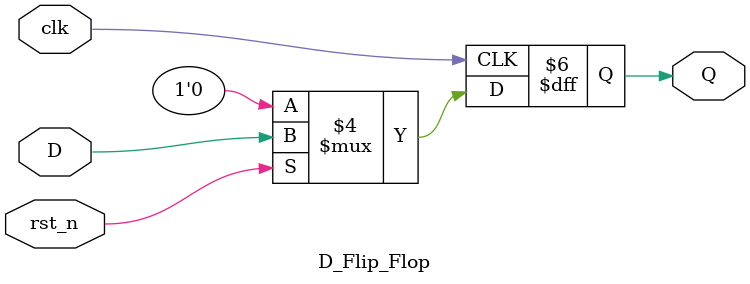
<source format=v>

module D_Flip_Flop(
    input wire D,
    input wire clk,
    input wire rst_n,
    output reg Q
);
    always @(posedge clk)begin
        if(~rst_n)
            Q <= 1'b0;
        else
            Q <= D;
    end
endmodule

</source>
